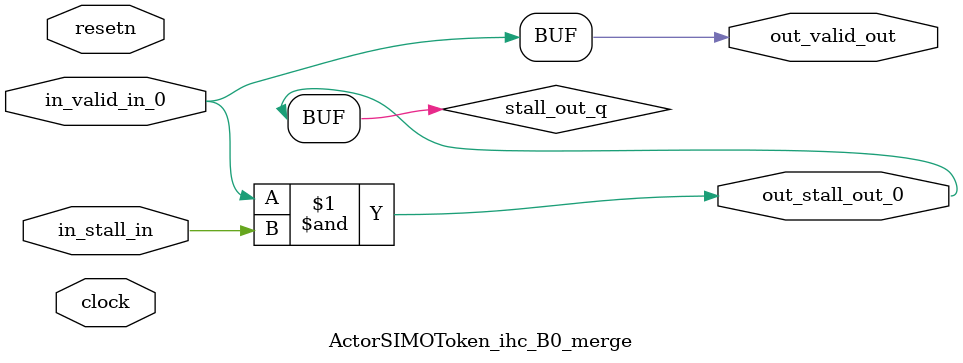
<source format=sv>



(* altera_attribute = "-name AUTO_SHIFT_REGISTER_RECOGNITION OFF; -name MESSAGE_DISABLE 10036; -name MESSAGE_DISABLE 10037; -name MESSAGE_DISABLE 14130; -name MESSAGE_DISABLE 14320; -name MESSAGE_DISABLE 15400; -name MESSAGE_DISABLE 14130; -name MESSAGE_DISABLE 10036; -name MESSAGE_DISABLE 12020; -name MESSAGE_DISABLE 12030; -name MESSAGE_DISABLE 12010; -name MESSAGE_DISABLE 12110; -name MESSAGE_DISABLE 14320; -name MESSAGE_DISABLE 13410; -name MESSAGE_DISABLE 113007; -name MESSAGE_DISABLE 10958" *)
module ActorSIMOToken_ihc_B0_merge (
    input wire [0:0] in_stall_in,
    input wire [0:0] in_valid_in_0,
    output wire [0:0] out_stall_out_0,
    output wire [0:0] out_valid_out,
    input wire clock,
    input wire resetn
    );

    wire [0:0] stall_out_q;


    // stall_out(LOGICAL,6)
    assign stall_out_q = in_valid_in_0 & in_stall_in;

    // out_stall_out_0(GPOUT,4)
    assign out_stall_out_0 = stall_out_q;

    // out_valid_out(GPOUT,5)
    assign out_valid_out = in_valid_in_0;

endmodule

</source>
